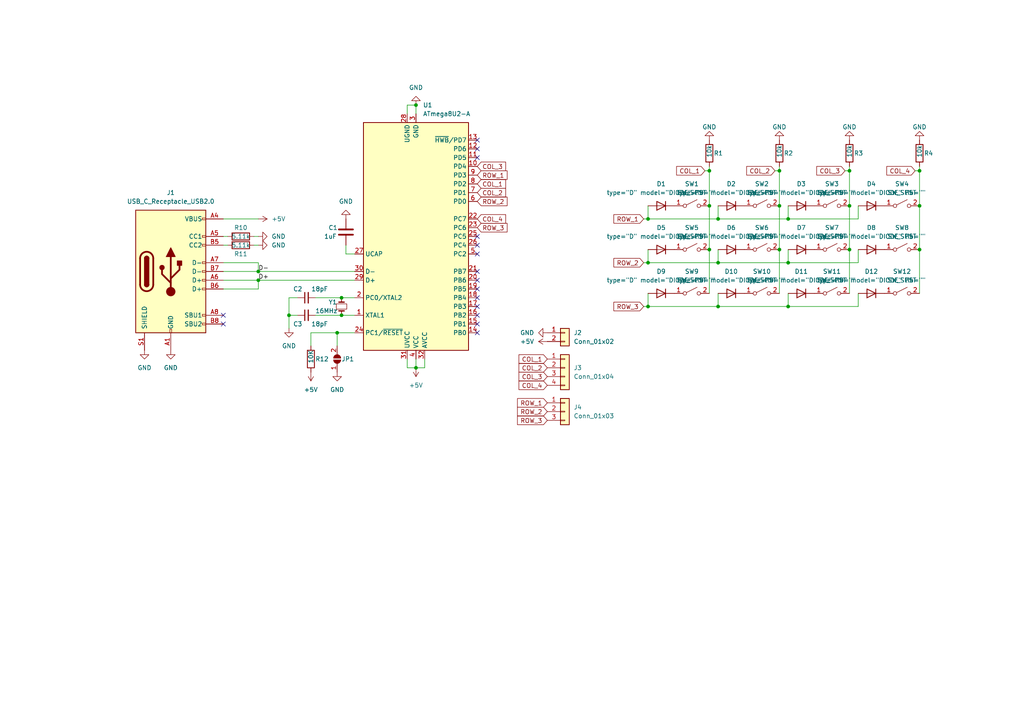
<source format=kicad_sch>
(kicad_sch (version 20211123) (generator eeschema)
  (paper "A4")
  (lib_symbols
    (symbol "Connector:USB_C_Receptacle_USB2.0" (pin_names (offset 1.016))
      (property "Reference" "J" (at -10.16 19.05 0))
      (property "Value" "USB_C_Receptacle_USB2.0" (at 19.05 19.05 0))
      (symbol "USB_C_Receptacle_USB2.0_0_0"
        (rectangle (start -0.254 -17.78) (end 0.254 -16.764))
        (rectangle (start 10.16 -14.986) (end 9.144 -15.494))
        (rectangle (start 10.16 -12.446) (end 9.144 -12.954))
        (rectangle (start 10.16 -4.826) (end 9.144 -5.334))
        (rectangle (start 10.16 -2.286) (end 9.144 -2.794))
        (rectangle (start 10.16 0.254) (end 9.144 -0.254))
        (rectangle (start 10.16 2.794) (end 9.144 2.286))
        (rectangle (start 10.16 7.874) (end 9.144 7.366))
        (rectangle (start 10.16 10.414) (end 9.144 9.906))
        (rectangle (start 10.16 15.494) (end 9.144 14.986))
      )
      (symbol "USB_C_Receptacle_USB2.0_0_1"
        (rectangle (start -10.16 17.78) (end 10.16 -17.78) (stroke (width 0.254)) (fill (type background)))
        (arc (start -8.89 -3.81) (mid -6.985 -5.715) (end -5.08 -3.81) (stroke (width 0.508)))
        (arc (start -7.62 -3.81) (mid -6.985 -4.445) (end -6.35 -3.81) (stroke (width 0.254)))
        (arc (start -7.62 -3.81) (mid -6.985 -4.445) (end -6.35 -3.81) (stroke (width 0.254)) (fill (type outline)))
        (rectangle (start -7.62 -3.81) (end -6.35 3.81) (stroke (width 0.254)) (fill (type outline)))
        (arc (start -6.35 3.81) (mid -6.985 4.445) (end -7.62 3.81) (stroke (width 0.254)))
        (arc (start -6.35 3.81) (mid -6.985 4.445) (end -7.62 3.81) (stroke (width 0.254)) (fill (type outline)))
        (arc (start -5.08 3.81) (mid -6.985 5.715) (end -8.89 3.81) (stroke (width 0.508)))
        (circle (center -2.54 1.143) (radius 0.635) (stroke (width 0.254)) (fill (type outline)))
        (circle (center 0 -5.842) (radius 1.27) (fill (type outline)))
        (polyline (pts (xy -8.89 -3.81) (xy -8.89 3.81)) (stroke (width 0.508)))
        (polyline (pts (xy -5.08 3.81) (xy -5.08 -3.81)) (stroke (width 0.508)))
        (polyline (pts (xy 0 -5.842) (xy 0 4.318)) (stroke (width 0.508)))
        (polyline (pts (xy 0 -3.302) (xy -2.54 -0.762) (xy -2.54 0.508)) (stroke (width 0.508)))
        (polyline (pts (xy 0 -2.032) (xy 2.54 0.508) (xy 2.54 1.778)) (stroke (width 0.508)))
        (polyline (pts (xy -1.27 4.318) (xy 0 6.858) (xy 1.27 4.318) (xy -1.27 4.318)) (stroke (width 0.254)) (fill (type outline)))
        (rectangle (start 1.905 1.778) (end 3.175 3.048) (stroke (width 0.254)) (fill (type outline)))
      )
      (symbol "USB_C_Receptacle_USB2.0_1_1"
        (pin passive line (at 0 -22.86 90) (length 5.08) (name "GND") (number "A1"))
        (pin passive line (at 0 -22.86 90) (length 5.08) hide (name "GND") (number "A12"))
        (pin passive line (at 15.24 15.24 180) (length 5.08) (name "VBUS") (number "A4"))
        (pin bidirectional line (at 15.24 10.16 180) (length 5.08) (name "CC1") (number "A5"))
        (pin bidirectional line (at 15.24 -2.54 180) (length 5.08) (name "D+") (number "A6"))
        (pin bidirectional line (at 15.24 2.54 180) (length 5.08) (name "D-") (number "A7"))
        (pin bidirectional line (at 15.24 -12.7 180) (length 5.08) (name "SBU1") (number "A8"))
        (pin passive line (at 15.24 15.24 180) (length 5.08) hide (name "VBUS") (number "A9"))
        (pin passive line (at 0 -22.86 90) (length 5.08) hide (name "GND") (number "B1"))
        (pin passive line (at 0 -22.86 90) (length 5.08) hide (name "GND") (number "B12"))
        (pin passive line (at 15.24 15.24 180) (length 5.08) hide (name "VBUS") (number "B4"))
        (pin bidirectional line (at 15.24 7.62 180) (length 5.08) (name "CC2") (number "B5"))
        (pin bidirectional line (at 15.24 -5.08 180) (length 5.08) (name "D+") (number "B6"))
        (pin bidirectional line (at 15.24 0 180) (length 5.08) (name "D-") (number "B7"))
        (pin bidirectional line (at 15.24 -15.24 180) (length 5.08) (name "SBU2") (number "B8"))
        (pin passive line (at 15.24 15.24 180) (length 5.08) hide (name "VBUS") (number "B9"))
        (pin passive line (at -7.62 -22.86 90) (length 5.08) (name "SHIELD") (number "S1"))
      )
    )
    (symbol "Connector_Generic:Conn_01x02" (pin_names (offset 1.016) hide)
      (property "Reference" "J" (at 0 2.54 0))
      (property "Value" "Conn_01x02" (at 0 -5.08 0))
      (symbol "Conn_01x02_1_1"
        (rectangle (start -1.27 -2.413) (end 0 -2.667) (stroke (width 0.1524)))
        (rectangle (start -1.27 0.127) (end 0 -0.127) (stroke (width 0.1524)))
        (rectangle (start -1.27 1.27) (end 1.27 -3.81) (stroke (width 0.254)) (fill (type background)))
        (pin passive line (at -5.08 0 0) (length 3.81) (name "Pin_1") (number "1"))
        (pin passive line (at -5.08 -2.54 0) (length 3.81) (name "Pin_2") (number "2"))
      )
    )
    (symbol "Connector_Generic:Conn_01x03" (pin_names (offset 1.016) hide)
      (property "Reference" "J" (at 0 5.08 0))
      (property "Value" "Conn_01x03" (at 0 -5.08 0))
      (symbol "Conn_01x03_1_1"
        (rectangle (start -1.27 -2.413) (end 0 -2.667) (stroke (width 0.1524)))
        (rectangle (start -1.27 0.127) (end 0 -0.127) (stroke (width 0.1524)))
        (rectangle (start -1.27 2.667) (end 0 2.413) (stroke (width 0.1524)))
        (rectangle (start -1.27 3.81) (end 1.27 -3.81) (stroke (width 0.254)) (fill (type background)))
        (pin passive line (at -5.08 2.54 0) (length 3.81) (name "Pin_1") (number "1"))
        (pin passive line (at -5.08 0 0) (length 3.81) (name "Pin_2") (number "2"))
        (pin passive line (at -5.08 -2.54 0) (length 3.81) (name "Pin_3") (number "3"))
      )
    )
    (symbol "Connector_Generic:Conn_01x04" (pin_names (offset 1.016) hide)
      (property "Reference" "J" (at 0 5.08 0))
      (property "Value" "Conn_01x04" (at 0 -7.62 0))
      (symbol "Conn_01x04_1_1"
        (rectangle (start -1.27 -4.953) (end 0 -5.207) (stroke (width 0.1524)))
        (rectangle (start -1.27 -2.413) (end 0 -2.667) (stroke (width 0.1524)))
        (rectangle (start -1.27 0.127) (end 0 -0.127) (stroke (width 0.1524)))
        (rectangle (start -1.27 2.667) (end 0 2.413) (stroke (width 0.1524)))
        (rectangle (start -1.27 3.81) (end 1.27 -6.35) (stroke (width 0.254)) (fill (type background)))
        (pin passive line (at -5.08 2.54 0) (length 3.81) (name "Pin_1") (number "1"))
        (pin passive line (at -5.08 0 0) (length 3.81) (name "Pin_2") (number "2"))
        (pin passive line (at -5.08 -2.54 0) (length 3.81) (name "Pin_3") (number "3"))
        (pin passive line (at -5.08 -5.08 0) (length 3.81) (name "Pin_4") (number "4"))
      )
    )
    (symbol "Device:C" (pin_numbers hide) (pin_names (offset 0.254))
      (property "Reference" "C" (at 0.635 2.54 0))
      (property "Value" "C" (at 0.635 -2.54 0))
      (symbol "C_0_1"
        (polyline (pts (xy -2.032 -0.762) (xy 2.032 -0.762)) (stroke (width 0.508)))
        (polyline (pts (xy -2.032 0.762) (xy 2.032 0.762)) (stroke (width 0.508)))
      )
      (symbol "C_1_1"
        (pin passive line (at 0 3.81 270) (length 2.794) (name "~") (number "1"))
        (pin passive line (at 0 -3.81 90) (length 2.794) (name "~") (number "2"))
      )
    )
    (symbol "Device:C_Small" (pin_numbers hide) (pin_names (offset 0.254) hide)
      (property "Reference" "C" (at 0.254 1.778 0))
      (property "Value" "C_Small" (at 0.254 -2.032 0))
      (symbol "C_Small_0_1"
        (polyline (pts (xy -1.524 -0.508) (xy 1.524 -0.508)) (stroke (width 0.3302)))
        (polyline (pts (xy -1.524 0.508) (xy 1.524 0.508)) (stroke (width 0.3048)))
      )
      (symbol "C_Small_1_1"
        (pin passive line (at 0 2.54 270) (length 2.032) (name "~") (number "1"))
        (pin passive line (at 0 -2.54 90) (length 2.032) (name "~") (number "2"))
      )
    )
    (symbol "Device:Crystal_Small" (pin_numbers hide) (pin_names (offset 1.016) hide)
      (property "Reference" "Y" (at 0 2.54 0))
      (property "Value" "Crystal_Small" (at 0 -2.54 0))
      (symbol "Crystal_Small_0_1"
        (rectangle (start -0.762 -1.524) (end 0.762 1.524))
        (polyline (pts (xy -1.27 -0.762) (xy -1.27 0.762)) (stroke (width 0.381)))
        (polyline (pts (xy 1.27 -0.762) (xy 1.27 0.762)) (stroke (width 0.381)))
      )
      (symbol "Crystal_Small_1_1"
        (pin passive line (at -2.54 0 0) (length 1.27) (name "1") (number "1"))
        (pin passive line (at 2.54 0 180) (length 1.27) (name "2") (number "2"))
      )
    )
    (symbol "Device:R" (pin_numbers hide) (pin_names (offset 0))
      (property "Reference" "R" (at 2.032 0 90))
      (property "Value" "R" (at 0 0 90))
      (symbol "R_0_1"
        (rectangle (start -1.016 -2.54) (end 1.016 2.54) (stroke (width 0.254)))
      )
      (symbol "R_1_1"
        (pin passive line (at 0 3.81 270) (length 1.27) (name "~") (number "1"))
        (pin passive line (at 0 -3.81 90) (length 1.27) (name "~") (number "2"))
      )
    )
    (symbol "Jumper:SolderJumper_2_Open" (pin_names (offset 0) hide)
      (property "Reference" "JP" (at 0 2.032 0))
      (property "Value" "SolderJumper_2_Open" (at 0 -2.54 0))
      (symbol "SolderJumper_2_Open_0_1"
        (arc (start -0.254 1.016) (mid -1.27 0) (end -0.254 -1.016))
        (arc (start -0.254 1.016) (mid -1.27 0) (end -0.254 -1.016) (fill (type outline)))
        (polyline (pts (xy -0.254 1.016) (xy -0.254 -1.016)))
        (polyline (pts (xy 0.254 1.016) (xy 0.254 -1.016)))
        (arc (start 0.254 -1.016) (mid 1.27 0) (end 0.254 1.016))
        (arc (start 0.254 -1.016) (mid 1.27 0) (end 0.254 1.016) (fill (type outline)))
      )
      (symbol "SolderJumper_2_Open_1_1"
        (pin passive line (at -3.81 0 0) (length 2.54) (name "A") (number "1"))
        (pin passive line (at 3.81 0 180) (length 2.54) (name "B") (number "2"))
      )
    )
    (symbol "MCU_Microchip_ATmega:ATmega8U2-A"
      (property "Reference" "U" (at -15.24 34.29 0))
      (property "Value" "ATmega8U2-A" (at 2.54 -34.29 0))
      (symbol "ATmega8U2-A_0_1"
        (rectangle (start -15.24 -33.02) (end 15.24 33.02) (stroke (width 0.254)) (fill (type background)))
      )
      (symbol "ATmega8U2-A_1_1"
        (pin input line (at -17.78 22.86 0) (length 2.54) (name "XTAL1") (number "1"))
        (pin bidirectional line (at 17.78 -20.32 180) (length 2.54) (name "PD4") (number "10"))
        (pin bidirectional line (at 17.78 -22.86 180) (length 2.54) (name "PD5") (number "11"))
        (pin bidirectional line (at 17.78 -25.4 180) (length 2.54) (name "PD6") (number "12"))
        (pin bidirectional line (at 17.78 -27.94 180) (length 2.54) (name "~{HWB}/PD7") (number "13"))
        (pin bidirectional line (at 17.78 27.94 180) (length 2.54) (name "PB0") (number "14"))
        (pin bidirectional line (at 17.78 25.4 180) (length 2.54) (name "PB1") (number "15"))
        (pin bidirectional line (at 17.78 22.86 180) (length 2.54) (name "PB2") (number "16"))
        (pin bidirectional line (at 17.78 20.32 180) (length 2.54) (name "PB3") (number "17"))
        (pin bidirectional line (at 17.78 17.78 180) (length 2.54) (name "PB4") (number "18"))
        (pin bidirectional line (at 17.78 15.24 180) (length 2.54) (name "PB5") (number "19"))
        (pin bidirectional line (at -17.78 17.78 0) (length 2.54) (name "PC0/XTAL2") (number "2"))
        (pin bidirectional line (at 17.78 12.7 180) (length 2.54) (name "PB6") (number "20"))
        (pin bidirectional line (at 17.78 10.16 180) (length 2.54) (name "PB7") (number "21"))
        (pin bidirectional line (at 17.78 -5.08 180) (length 2.54) (name "PC7") (number "22"))
        (pin bidirectional line (at 17.78 -2.54 180) (length 2.54) (name "PC6") (number "23"))
        (pin bidirectional line (at -17.78 27.94 0) (length 2.54) (name "PC1/~{RESET}") (number "24"))
        (pin bidirectional line (at 17.78 0 180) (length 2.54) (name "PC5") (number "25"))
        (pin bidirectional line (at 17.78 2.54 180) (length 2.54) (name "PC4") (number "26"))
        (pin passive line (at -17.78 5.08 0) (length 2.54) (name "UCAP") (number "27"))
        (pin power_in line (at -2.54 -35.56 90) (length 2.54) (name "UGND") (number "28"))
        (pin bidirectional line (at -17.78 12.7 0) (length 2.54) (name "D+") (number "29"))
        (pin power_in line (at 0 -35.56 90) (length 2.54) (name "GND") (number "3"))
        (pin bidirectional line (at -17.78 10.16 0) (length 2.54) (name "D-") (number "30"))
        (pin power_in line (at -2.54 35.56 270) (length 2.54) (name "UVCC") (number "31"))
        (pin power_in line (at 2.54 35.56 270) (length 2.54) (name "AVCC") (number "32"))
        (pin power_in line (at 0 35.56 270) (length 2.54) (name "VCC") (number "4"))
        (pin bidirectional line (at 17.78 5.08 180) (length 2.54) (name "PC2") (number "5"))
        (pin bidirectional line (at 17.78 -10.16 180) (length 2.54) (name "PD0") (number "6"))
        (pin bidirectional line (at 17.78 -12.7 180) (length 2.54) (name "PD1") (number "7"))
        (pin bidirectional line (at 17.78 -15.24 180) (length 2.54) (name "PD2") (number "8"))
        (pin bidirectional line (at 17.78 -17.78 180) (length 2.54) (name "PD3") (number "9"))
      )
    )
    (symbol "Simulation_SPICE:DIODE" (pin_numbers hide) (pin_names (offset 1.016) hide)
      (property "Reference" "D" (at 0 2.54 0))
      (property "Value" "DIODE" (at 0 -2.54 0))
      (symbol "DIODE_0_1"
        (polyline (pts (xy 1.27 0) (xy -1.27 0)))
        (polyline (pts (xy 1.27 1.27) (xy 1.27 -1.27)) (stroke (width 0.254)))
        (polyline (pts (xy -1.27 -1.27) (xy -1.27 1.27) (xy 1.27 0) (xy -1.27 -1.27)) (stroke (width 0.254)))
      )
      (symbol "DIODE_1_1"
        (pin passive line (at -3.81 0 0) (length 2.54) (name "A") (number "1"))
        (pin passive line (at 3.81 0 180) (length 2.54) (name "K") (number "2"))
      )
    )
    (symbol "Switch:SW_SPST" (pin_names (offset 0) hide)
      (property "Reference" "SW" (at 0 3.175 0))
      (property "Value" "SW_SPST" (at 0 -2.54 0))
      (symbol "SW_SPST_0_0"
        (circle (center -2.032 0) (radius 0.508))
        (polyline (pts (xy -1.524 0.254) (xy 1.524 1.778)))
        (circle (center 2.032 0) (radius 0.508))
      )
      (symbol "SW_SPST_1_1"
        (pin passive line (at -5.08 0 0) (length 2.54) (name "A") (number "1"))
        (pin passive line (at 5.08 0 180) (length 2.54) (name "B") (number "2"))
      )
    )
    (symbol "power:+5V" (power) (pin_names (offset 0))
      (property "Value" "+5V" (at 0 3.556 0))
      (symbol "+5V_0_1"
        (polyline (pts (xy -0.762 1.27) (xy 0 2.54)))
        (polyline (pts (xy 0 0) (xy 0 2.54)))
        (polyline (pts (xy 0 2.54) (xy 0.762 1.27)))
      )
      (symbol "+5V_1_1"
        (pin power_in line (at 0 0 90) (length 0) hide (name "+5V") (number "1"))
      )
    )
    (symbol "power:GND" (power) (pin_names (offset 0))
      (property "Value" "GND" (at 0 -3.81 0))
      (symbol "GND_0_1"
        (polyline (pts (xy 0 0) (xy 0 -1.27) (xy 1.27 -1.27) (xy 0 -2.54) (xy -1.27 -1.27) (xy 0 -1.27)))
      )
      (symbol "GND_1_1"
        (pin power_in line (at 0 0 270) (length 0) hide (name "GND") (number "1"))
      )
    )
  )
  (junction (at 266.7 59.69))
  (junction (at 205.74 49.53))
  (junction (at 226.06 49.53))
  (junction (at 97.79 96.52))
  (junction (at 205.74 59.69))
  (junction (at 205.74 72.39))
  (junction (at 246.38 59.69))
  (junction (at 246.38 49.53))
  (junction (at 120.65 106.68))
  (junction (at 228.6 63.5))
  (junction (at 266.7 72.39))
  (junction (at 228.6 76.2))
  (junction (at 74.93 78.74))
  (junction (at 99.06 86.36))
  (junction (at 208.28 88.9))
  (junction (at 246.38 72.39))
  (junction (at 226.06 72.39))
  (junction (at 266.7 49.53))
  (junction (at 83.82 91.44))
  (junction (at 187.96 76.2))
  (junction (at 187.96 88.9))
  (junction (at 208.28 63.5))
  (junction (at 187.96 63.5))
  (junction (at 228.6 88.9))
  (junction (at 120.65 30.48))
  (junction (at 74.93 81.28))
  (junction (at 226.06 59.69))
  (junction (at 208.28 76.2))
  (junction (at 99.06 91.44))
  (no_connect (at 138.43 68.58))
  (no_connect (at 138.43 71.12))
  (no_connect (at 138.43 73.66))
  (no_connect (at 138.43 40.64))
  (no_connect (at 138.43 43.18))
  (no_connect (at 138.43 45.72))
  (no_connect (at 138.43 88.9))
  (no_connect (at 138.43 91.44))
  (no_connect (at 138.43 93.98))
  (no_connect (at 138.43 96.52))
  (no_connect (at 138.43 78.74))
  (no_connect (at 138.43 81.28))
  (no_connect (at 138.43 83.82))
  (no_connect (at 138.43 86.36))
  (no_connect (at 64.77 91.44))
  (no_connect (at 64.77 93.98))
  (wire (pts (xy 73.66 68.58) (xy 74.93 68.58)))
  (wire (pts (xy 86.36 91.44) (xy 83.82 91.44)))
  (wire (pts (xy 266.7 72.39) (xy 266.7 85.09)))
  (wire (pts (xy 228.6 88.9) (xy 248.92 88.9)))
  (wire (pts (xy 74.93 76.2) (xy 74.93 78.74)))
  (wire (pts (xy 228.6 59.69) (xy 228.6 63.5)))
  (wire (pts (xy 187.96 72.39) (xy 187.96 76.2)))
  (wire (pts (xy 246.38 48.26) (xy 246.38 49.53)))
  (wire (pts (xy 91.44 91.44) (xy 99.06 91.44)))
  (wire (pts (xy 246.38 59.69) (xy 246.38 72.39)))
  (wire (pts (xy 187.96 85.09) (xy 187.96 88.9)))
  (wire (pts (xy 187.96 63.5) (xy 208.28 63.5)))
  (wire (pts (xy 73.66 71.12) (xy 74.93 71.12)))
  (wire (pts (xy 64.77 63.5) (xy 74.93 63.5)))
  (wire (pts (xy 226.06 59.69) (xy 226.06 72.39)))
  (wire (pts (xy 205.74 49.53) (xy 205.74 59.69)))
  (wire (pts (xy 97.79 96.52) (xy 97.79 100.33)))
  (wire (pts (xy 248.92 59.69) (xy 248.92 63.5)))
  (wire (pts (xy 120.65 104.14) (xy 120.65 106.68)))
  (wire (pts (xy 187.96 76.2) (xy 208.28 76.2)))
  (wire (pts (xy 100.33 71.12) (xy 100.33 73.66)))
  (wire (pts (xy 224.79 49.53) (xy 226.06 49.53)))
  (wire (pts (xy 118.11 30.48) (xy 120.65 30.48)))
  (wire (pts (xy 64.77 68.58) (xy 66.04 68.58)))
  (wire (pts (xy 226.06 49.53) (xy 226.06 59.69)))
  (wire (pts (xy 118.11 106.68) (xy 120.65 106.68)))
  (wire (pts (xy 102.87 96.52) (xy 97.79 96.52)))
  (wire (pts (xy 205.74 48.26) (xy 205.74 49.53)))
  (wire (pts (xy 118.11 33.02) (xy 118.11 30.48)))
  (wire (pts (xy 64.77 76.2) (xy 74.93 76.2)))
  (wire (pts (xy 208.28 85.09) (xy 208.28 88.9)))
  (wire (pts (xy 90.17 96.52) (xy 97.79 96.52)))
  (wire (pts (xy 64.77 81.28) (xy 74.93 81.28)))
  (wire (pts (xy 64.77 71.12) (xy 66.04 71.12)))
  (wire (pts (xy 246.38 49.53) (xy 246.38 59.69)))
  (wire (pts (xy 205.74 72.39) (xy 205.74 85.09)))
  (wire (pts (xy 74.93 81.28) (xy 74.93 83.82)))
  (wire (pts (xy 123.19 104.14) (xy 123.19 106.68)))
  (wire (pts (xy 187.96 59.69) (xy 187.96 63.5)))
  (wire (pts (xy 74.93 78.74) (xy 102.87 78.74)))
  (wire (pts (xy 118.11 104.14) (xy 118.11 106.68)))
  (wire (pts (xy 208.28 76.2) (xy 228.6 76.2)))
  (wire (pts (xy 186.69 63.5) (xy 187.96 63.5)))
  (wire (pts (xy 99.06 91.44) (xy 102.87 91.44)))
  (wire (pts (xy 246.38 72.39) (xy 246.38 85.09)))
  (wire (pts (xy 208.28 59.69) (xy 208.28 63.5)))
  (wire (pts (xy 74.93 81.28) (xy 102.87 81.28)))
  (wire (pts (xy 74.93 83.82) (xy 64.77 83.82)))
  (wire (pts (xy 83.82 91.44) (xy 83.82 95.25)))
  (wire (pts (xy 83.82 91.44) (xy 83.82 86.36)))
  (wire (pts (xy 100.33 73.66) (xy 102.87 73.66)))
  (wire (pts (xy 266.7 49.53) (xy 266.7 59.69)))
  (wire (pts (xy 228.6 76.2) (xy 248.92 76.2)))
  (wire (pts (xy 266.7 59.69) (xy 266.7 72.39)))
  (wire (pts (xy 208.28 63.5) (xy 228.6 63.5)))
  (wire (pts (xy 265.43 49.53) (xy 266.7 49.53)))
  (wire (pts (xy 186.69 76.2) (xy 187.96 76.2)))
  (wire (pts (xy 64.77 78.74) (xy 74.93 78.74)))
  (wire (pts (xy 208.28 72.39) (xy 208.28 76.2)))
  (wire (pts (xy 187.96 88.9) (xy 208.28 88.9)))
  (wire (pts (xy 266.7 48.26) (xy 266.7 49.53)))
  (wire (pts (xy 91.44 86.36) (xy 99.06 86.36)))
  (wire (pts (xy 248.92 72.39) (xy 248.92 76.2)))
  (wire (pts (xy 186.69 88.9) (xy 187.96 88.9)))
  (wire (pts (xy 228.6 72.39) (xy 228.6 76.2)))
  (wire (pts (xy 123.19 106.68) (xy 120.65 106.68)))
  (wire (pts (xy 228.6 63.5) (xy 248.92 63.5)))
  (wire (pts (xy 228.6 85.09) (xy 228.6 88.9)))
  (wire (pts (xy 226.06 48.26) (xy 226.06 49.53)))
  (wire (pts (xy 208.28 88.9) (xy 228.6 88.9)))
  (wire (pts (xy 90.17 100.33) (xy 90.17 96.52)))
  (wire (pts (xy 99.06 86.36) (xy 102.87 86.36)))
  (wire (pts (xy 245.11 49.53) (xy 246.38 49.53)))
  (wire (pts (xy 120.65 30.48) (xy 120.65 33.02)))
  (wire (pts (xy 204.47 49.53) (xy 205.74 49.53)))
  (wire (pts (xy 248.92 85.09) (xy 248.92 88.9)))
  (wire (pts (xy 83.82 86.36) (xy 86.36 86.36)))
  (wire (pts (xy 205.74 59.69) (xy 205.74 72.39)))
  (wire (pts (xy 226.06 72.39) (xy 226.06 85.09)))
  (label "D+" (at 74.93 81.28 0))
  (label "D-" (at 74.93 78.74 0))
  (global_label "COL_4" (shape input) (at 158.75 111.76 180) (property "Intersheet References" "${INTERSHEET_REFS}" (effects hide)))
  (global_label "COL_1" (shape input) (at 138.43 53.34 0) (property "Intersheet References" "${INTERSHEET_REFS}" (effects hide)))
  (global_label "ROW_1" (shape input) (at 138.43 50.8 0) (property "Intersheet References" "${INTERSHEET_REFS}" (effects hide)))
  (global_label "COL_4" (shape input) (at 138.43 63.5 0) (property "Intersheet References" "${INTERSHEET_REFS}" (effects hide)))
  (global_label "COL_3" (shape input) (at 245.11 49.53 180) (property "Intersheet References" "${INTERSHEET_REFS}" (effects hide)))
  (global_label "ROW_2" (shape input) (at 138.43 58.42 0) (property "Intersheet References" "${INTERSHEET_REFS}" (effects hide)))
  (global_label "COL_4" (shape input) (at 265.43 49.53 180) (property "Intersheet References" "${INTERSHEET_REFS}" (effects hide)))
  (global_label "COL_2" (shape input) (at 138.43 55.88 0) (property "Intersheet References" "${INTERSHEET_REFS}" (effects hide)))
  (global_label "ROW_3" (shape input) (at 158.75 121.92 180) (property "Intersheet References" "${INTERSHEET_REFS}" (effects hide)))
  (global_label "COL_2" (shape input) (at 224.79 49.53 180) (property "Intersheet References" "${INTERSHEET_REFS}" (effects hide)))
  (global_label "COL_3" (shape input) (at 138.43 48.26 0) (property "Intersheet References" "${INTERSHEET_REFS}" (effects hide)))
  (global_label "ROW_1" (shape input) (at 186.69 63.5 180) (property "Intersheet References" "${INTERSHEET_REFS}" (effects hide)))
  (global_label "COL_1" (shape input) (at 204.47 49.53 180) (property "Intersheet References" "${INTERSHEET_REFS}" (effects hide)))
  (global_label "COL_2" (shape input) (at 158.75 106.68 180) (property "Intersheet References" "${INTERSHEET_REFS}" (effects hide)))
  (global_label "ROW_2" (shape input) (at 186.69 76.2 180) (property "Intersheet References" "${INTERSHEET_REFS}" (effects hide)))
  (global_label "COL_1" (shape input) (at 158.75 104.14 180) (property "Intersheet References" "${INTERSHEET_REFS}" (effects hide)))
  (global_label "ROW_1" (shape input) (at 158.75 116.84 180) (property "Intersheet References" "${INTERSHEET_REFS}" (effects hide)))
  (global_label "COL_3" (shape input) (at 158.75 109.22 180) (property "Intersheet References" "${INTERSHEET_REFS}" (effects hide)))
  (global_label "ROW_3" (shape input) (at 138.43 66.04 0) (property "Intersheet References" "${INTERSHEET_REFS}" (effects hide)))
  (global_label "ROW_2" (shape input) (at 158.75 119.38 180) (property "Intersheet References" "${INTERSHEET_REFS}" (effects hide)))
  (global_label "ROW_3" (shape input) (at 186.69 88.9 180) (property "Intersheet References" "${INTERSHEET_REFS}" (effects hide)))
  (symbol (lib_id "Device:R") (at 226.06 44.45 0) (unit 1)
    (property "Reference" "R2" (at 227.33 44.45 0) (effects (justify left)))
    (property "Value" "10k" (at 226.06 45.72 90) (effects (justify left)))
    (property "Footprint" "Resistor_THT:R_Axial_DIN0207_L6.3mm_D2.5mm_P10.16mm_Horizontal" (effects hide))
  )
  (symbol (lib_id "Simulation_SPICE:DIODE") (at 232.41 59.69 0) (unit 1)
    (property "Reference" "D3" (at 232.41 53.34 0))
    (property "Value" "DIODE" (at 232.41 55.88 0))
    (property "Footprint" "Diode_THT:D_DO-15_P10.16mm_Horizontal" (effects hide))
    (property "Spice_Netlist_Enabled" "Y" (effects hide))
    (property "Spice_Primitive" "D" (effects hide))
  )
  (symbol (lib_id "Simulation_SPICE:DIODE") (at 191.77 59.69 0) (unit 1)
    (property "Reference" "D1" (at 191.77 53.34 0))
    (property "Value" "DIODE" (at 191.77 55.88 0))
    (property "Footprint" "Diode_THT:D_DO-15_P10.16mm_Horizontal" (effects hide))
    (property "Spice_Netlist_Enabled" "Y" (effects hide))
    (property "Spice_Primitive" "D" (effects hide))
  )
  (symbol (lib_id "Switch:SW_SPST") (at 261.62 72.39 0) (unit 1)
    (property "Reference" "SW8" (at 261.62 66.04 0))
    (property "Value" "SW_SPST" (at 261.62 68.58 0))
    (property "Footprint" "Button_Switch_Keyboard:SW_Cherry_MX_1.00u_PCB" (effects hide))
  )
  (symbol (lib_id "power:GND") (at 226.06 40.64 180) (unit 1)
    (property "Reference" "#PWR0112" (effects hide))
    (property "Value" "GND" (at 226.06 36.83 0))
  )
  (symbol (lib_id "Switch:SW_SPST") (at 200.66 72.39 0) (unit 1)
    (property "Reference" "SW5" (at 200.66 66.04 0))
    (property "Value" "SW_SPST" (at 200.66 68.58 0))
    (property "Footprint" "Button_Switch_Keyboard:SW_Cherry_MX_1.00u_PCB" (effects hide))
  )
  (symbol (lib_id "MCU_Microchip_ATmega:ATmega8U2-A") (at 120.65 68.58 0) (mirror x) (unit 1)
    (property "Reference" "U1" (at 122.6694 30.48 0) (effects (justify left)))
    (property "Value" "ATmega8U2-A" (at 122.6694 33.02 0) (effects (justify left)))
    (property "Footprint" "Package_QFP:TQFP-32_7x7mm_P0.8mm" (effects hide))
    (property "Datasheet" "http://ww1.microchip.com/downloads/en/DeviceDoc/doc7799.pdf" (effects hide))
  )
  (symbol (lib_id "Switch:SW_SPST") (at 241.3 85.09 0) (unit 1)
    (property "Reference" "SW11" (at 241.3 78.74 0))
    (property "Value" "SW_SPST" (at 241.3 81.28 0))
    (property "Footprint" "Button_Switch_Keyboard:SW_Cherry_MX_1.00u_PCB" (effects hide))
  )
  (symbol (lib_id "Simulation_SPICE:DIODE") (at 232.41 85.09 0) (unit 1)
    (property "Reference" "D11" (at 232.41 78.74 0))
    (property "Value" "DIODE" (at 232.41 81.28 0))
    (property "Footprint" "Diode_THT:D_DO-15_P10.16mm_Horizontal" (effects hide))
    (property "Spice_Netlist_Enabled" "Y" (effects hide))
    (property "Spice_Primitive" "D" (effects hide))
  )
  (symbol (lib_id "Switch:SW_SPST") (at 220.98 59.69 0) (unit 1)
    (property "Reference" "SW2" (at 220.98 53.34 0))
    (property "Value" "SW_SPST" (at 220.98 55.88 0))
    (property "Footprint" "Button_Switch_Keyboard:SW_Cherry_MX_1.00u_PCB" (effects hide))
  )
  (symbol (lib_id "power:+5V") (at 90.17 107.95 180) (unit 1)
    (property "Reference" "#PWR0107" (effects hide))
    (property "Value" "+5V" (at 90.17 113.03 0))
  )
  (symbol (lib_id "Simulation_SPICE:DIODE") (at 212.09 85.09 0) (unit 1)
    (property "Reference" "D10" (at 212.09 78.74 0))
    (property "Value" "DIODE" (at 212.09 81.28 0))
    (property "Footprint" "Diode_THT:D_DO-15_P10.16mm_Horizontal" (effects hide))
    (property "Spice_Netlist_Enabled" "Y" (effects hide))
    (property "Spice_Primitive" "D" (effects hide))
  )
  (symbol (lib_id "power:GND") (at 41.91 101.6 0) (unit 1)
    (property "Reference" "#PWR0113" (effects hide))
    (property "Value" "GND" (at 41.91 106.68 0))
  )
  (symbol (lib_id "power:GND") (at 74.93 71.12 90) (unit 1)
    (property "Reference" "#PWR0109" (effects hide))
    (property "Value" "GND" (at 78.74 71.1199 90) (effects (justify right)))
  )
  (symbol (lib_id "Jumper:SolderJumper_2_Open") (at 97.79 104.14 90) (unit 1)
    (property "Reference" "JP1" (at 99.06 104.14 90) (effects (justify right)))
    (property "Value" " " (at 100.33 105.4099 90) (effects (justify right)))
    (property "Footprint" "Jumper:SolderJumper-2_P1.3mm_Open_Pad1.0x1.5mm" (effects hide))
  )
  (symbol (lib_id "Device:C_Small") (at 88.9 86.36 90) (unit 1)
    (property "Reference" "C2" (at 86.36 83.82 90))
    (property "Value" "18pF" (at 92.71 83.82 90))
    (property "Footprint" "Capacitor_THT:C_Disc_D5.0mm_W2.5mm_P5.00mm" (effects hide))
  )
  (symbol (lib_id "Device:R") (at 266.7 44.45 0) (unit 1)
    (property "Reference" "R4" (at 267.97 44.45 0) (effects (justify left)))
    (property "Value" "10k" (at 266.7 45.72 90) (effects (justify left)))
    (property "Footprint" "Resistor_THT:R_Axial_DIN0207_L6.3mm_D2.5mm_P10.16mm_Horizontal" (effects hide))
  )
  (symbol (lib_id "Switch:SW_SPST") (at 241.3 59.69 0) (unit 1)
    (property "Reference" "SW3" (at 241.3 53.34 0))
    (property "Value" "SW_SPST" (at 241.3 55.88 0))
    (property "Footprint" "Button_Switch_Keyboard:SW_Cherry_MX_1.00u_PCB" (effects hide))
  )
  (symbol (lib_id "Switch:SW_SPST") (at 241.3 72.39 0) (unit 1)
    (property "Reference" "SW7" (at 241.3 66.04 0))
    (property "Value" "SW_SPST" (at 241.3 68.58 0))
    (property "Footprint" "Button_Switch_Keyboard:SW_Cherry_MX_1.00u_PCB" (effects hide))
  )
  (symbol (lib_id "power:GND") (at 205.74 40.64 180) (unit 1)
    (property "Reference" "#PWR0111" (effects hide))
    (property "Value" "GND" (at 205.74 36.83 0))
  )
  (symbol (lib_id "power:GND") (at 97.79 107.95 0) (unit 1)
    (property "Reference" "#PWR0106" (effects hide))
    (property "Value" "GND" (at 97.79 113.03 0))
  )
  (symbol (lib_id "power:+5V") (at 120.65 106.68 180) (unit 1)
    (property "Reference" "#PWR0101" (effects hide))
    (property "Value" "+5V" (at 120.65 111.76 0))
  )
  (symbol (lib_id "Switch:SW_SPST") (at 220.98 72.39 0) (unit 1)
    (property "Reference" "SW6" (at 220.98 66.04 0))
    (property "Value" "SW_SPST" (at 220.98 68.58 0))
    (property "Footprint" "Button_Switch_Keyboard:SW_Cherry_MX_1.00u_PCB" (effects hide))
  )
  (symbol (lib_id "Simulation_SPICE:DIODE") (at 252.73 72.39 0) (unit 1)
    (property "Reference" "D8" (at 252.73 66.04 0))
    (property "Value" "DIODE" (at 252.73 68.58 0))
    (property "Footprint" "Diode_THT:D_DO-15_P10.16mm_Horizontal" (effects hide))
    (property "Spice_Netlist_Enabled" "Y" (effects hide))
    (property "Spice_Primitive" "D" (effects hide))
  )
  (symbol (lib_id "Connector_Generic:Conn_01x03") (at 163.83 119.38 0) (unit 1)
    (property "Reference" "J4" (at 166.37 118.1099 0) (effects (justify left)))
    (property "Value" "Conn_01x03" (at 166.37 120.6499 0) (effects (justify left)))
    (property "Footprint" "Connector_PinHeader_2.54mm:PinHeader_1x03_P2.54mm_Vertical" (effects hide))
  )
  (symbol (lib_id "power:GND") (at 100.33 63.5 180) (unit 1)
    (property "Reference" "#PWR0102" (effects hide))
    (property "Value" "GND" (at 100.33 58.42 0))
  )
  (symbol (lib_id "Connector_Generic:Conn_01x04") (at 163.83 106.68 0) (unit 1)
    (property "Reference" "J3" (at 166.37 106.6799 0) (effects (justify left)))
    (property "Value" "Conn_01x04" (at 166.37 109.2199 0) (effects (justify left)))
    (property "Footprint" "Connector_PinHeader_2.54mm:PinHeader_1x04_P2.54mm_Vertical" (effects hide))
  )
  (symbol (lib_id "Switch:SW_SPST") (at 220.98 85.09 0) (unit 1)
    (property "Reference" "SW10" (at 220.98 78.74 0))
    (property "Value" "SW_SPST" (at 220.98 81.28 0))
    (property "Footprint" "Button_Switch_Keyboard:SW_Cherry_MX_1.00u_PCB" (effects hide))
  )
  (symbol (lib_id "Switch:SW_SPST") (at 261.62 85.09 0) (unit 1)
    (property "Reference" "SW12" (at 261.62 78.74 0))
    (property "Value" "SW_SPST" (at 261.62 81.28 0))
    (property "Footprint" "Button_Switch_Keyboard:SW_Cherry_MX_1.00u_PCB" (effects hide))
  )
  (symbol (lib_id "Device:Crystal_Small") (at 99.06 88.9 90) (unit 1)
    (property "Reference" "Y1" (at 95.25 87.63 90) (effects (justify right)))
    (property "Value" "16MHz" (at 91.44 90.17 90) (effects (justify right)))
    (property "Footprint" "Crystal:Crystal_HC18-U_Vertical" (effects hide))
  )
  (symbol (lib_id "power:+5V") (at 74.93 63.5 270) (unit 1)
    (property "Reference" "#PWR0115" (effects hide))
    (property "Value" "+5V" (at 78.74 63.4999 90) (effects (justify left)))
  )
  (symbol (lib_id "Simulation_SPICE:DIODE") (at 252.73 59.69 0) (unit 1)
    (property "Reference" "D4" (at 252.73 53.34 0))
    (property "Value" "DIODE" (at 252.73 55.88 0))
    (property "Footprint" "Diode_THT:D_DO-15_P10.16mm_Horizontal" (effects hide))
    (property "Spice_Netlist_Enabled" "Y" (effects hide))
    (property "Spice_Primitive" "D" (effects hide))
  )
  (symbol (lib_id "power:GND") (at 246.38 40.64 180) (unit 1)
    (property "Reference" "#PWR0105" (effects hide))
    (property "Value" "GND" (at 246.38 36.83 0))
  )
  (symbol (lib_id "Simulation_SPICE:DIODE") (at 191.77 85.09 0) (unit 1)
    (property "Reference" "D9" (at 191.77 78.74 0))
    (property "Value" "DIODE" (at 191.77 81.28 0))
    (property "Footprint" "Diode_THT:D_DO-15_P10.16mm_Horizontal" (effects hide))
    (property "Spice_Netlist_Enabled" "Y" (effects hide))
    (property "Spice_Primitive" "D" (effects hide))
  )
  (symbol (lib_id "Connector:USB_C_Receptacle_USB2.0") (at 49.53 78.74 0) (unit 1)
    (property "Reference" "J1" (at 49.53 55.88 0))
    (property "Value" "USB_C_Receptacle_USB2.0" (at 49.53 58.42 0))
    (property "Footprint" "jukebox-footprints:GCT_USB4085-GF-A_REVA4" (effects hide))
    (property "Datasheet" "https://www.usb.org/sites/default/files/documents/usb_type-c.zip" (effects hide))
  )
  (symbol (lib_id "Simulation_SPICE:DIODE") (at 232.41 72.39 0) (unit 1)
    (property "Reference" "D7" (at 232.41 66.04 0))
    (property "Value" "DIODE" (at 232.41 68.58 0))
    (property "Footprint" "Diode_THT:D_DO-15_P10.16mm_Horizontal" (effects hide))
    (property "Spice_Netlist_Enabled" "Y" (effects hide))
    (property "Spice_Primitive" "D" (effects hide))
  )
  (symbol (lib_id "power:GND") (at 120.65 30.48 180) (unit 1)
    (property "Reference" "#PWR0103" (effects hide))
    (property "Value" "GND" (at 120.65 25.4 0))
  )
  (symbol (lib_id "Switch:SW_SPST") (at 200.66 59.69 0) (unit 1)
    (property "Reference" "SW1" (at 200.66 53.34 0))
    (property "Value" "SW_SPST" (at 200.66 55.88 0))
    (property "Footprint" "Button_Switch_Keyboard:SW_Cherry_MX_1.00u_PCB" (effects hide))
  )
  (symbol (lib_id "Device:C") (at 100.33 67.31 0) (unit 1)
    (property "Reference" "C1" (at 95.25 66.04 0) (effects (justify left)))
    (property "Value" "1uF" (at 93.98 68.58 0) (effects (justify left)))
    (property "Footprint" "Capacitor_THT:C_Disc_D5.0mm_W2.5mm_P5.00mm" (effects hide))
  )
  (symbol (lib_id "power:GND") (at 83.82 95.25 0) (unit 1)
    (property "Reference" "#PWR0108" (effects hide))
    (property "Value" "GND" (at 83.82 100.33 0))
  )
  (symbol (lib_id "Device:R") (at 69.85 71.12 90) (unit 1)
    (property "Reference" "R11" (at 69.85 73.66 90))
    (property "Value" "5.11k" (at 69.85 71.12 90))
    (property "Footprint" "Resistor_THT:R_Axial_DIN0207_L6.3mm_D2.5mm_P10.16mm_Horizontal" (effects hide))
  )
  (symbol (lib_id "power:+5V") (at 158.75 99.06 90) (unit 1)
    (property "Reference" "#PWR?" (effects hide))
    (property "Value" "+5V" (at 154.94 99.0599 90) (effects (justify left)))
  )
  (symbol (lib_id "power:GND") (at 74.93 68.58 90) (unit 1)
    (property "Reference" "#PWR0110" (effects hide))
    (property "Value" "GND" (at 78.74 68.5799 90) (effects (justify right)))
  )
  (symbol (lib_id "Switch:SW_SPST") (at 261.62 59.69 0) (unit 1)
    (property "Reference" "SW4" (at 261.62 53.34 0))
    (property "Value" "SW_SPST" (at 261.62 55.88 0))
    (property "Footprint" "Button_Switch_Keyboard:SW_Cherry_MX_1.00u_PCB" (effects hide))
  )
  (symbol (lib_id "Device:R") (at 246.38 44.45 0) (unit 1)
    (property "Reference" "R3" (at 247.65 44.45 0) (effects (justify left)))
    (property "Value" "10k" (at 246.38 45.72 90) (effects (justify left)))
    (property "Footprint" "Resistor_THT:R_Axial_DIN0207_L6.3mm_D2.5mm_P10.16mm_Horizontal" (effects hide))
  )
  (symbol (lib_id "Simulation_SPICE:DIODE") (at 212.09 59.69 0) (unit 1)
    (property "Reference" "D2" (at 212.09 53.34 0))
    (property "Value" "DIODE" (at 212.09 55.88 0))
    (property "Footprint" "Diode_THT:D_DO-15_P10.16mm_Horizontal" (effects hide))
    (property "Spice_Netlist_Enabled" "Y" (effects hide))
    (property "Spice_Primitive" "D" (effects hide))
  )
  (symbol (lib_id "Simulation_SPICE:DIODE") (at 191.77 72.39 0) (unit 1)
    (property "Reference" "D5" (at 191.77 66.04 0))
    (property "Value" "DIODE" (at 191.77 68.58 0))
    (property "Footprint" "Diode_THT:D_DO-15_P10.16mm_Horizontal" (effects hide))
    (property "Spice_Netlist_Enabled" "Y" (effects hide))
    (property "Spice_Primitive" "D" (effects hide))
  )
  (symbol (lib_id "Connector_Generic:Conn_01x02") (at 163.83 96.52 0) (unit 1)
    (property "Reference" "J2" (at 166.37 96.5199 0) (effects (justify left)))
    (property "Value" "Conn_01x02" (at 166.37 99.0599 0) (effects (justify left)))
    (property "Footprint" "Connector_PinHeader_2.54mm:PinHeader_1x02_P2.54mm_Vertical" (effects hide))
  )
  (symbol (lib_id "Simulation_SPICE:DIODE") (at 252.73 85.09 0) (unit 1)
    (property "Reference" "D12" (at 252.73 78.74 0))
    (property "Value" "DIODE" (at 252.73 81.28 0))
    (property "Footprint" "Diode_THT:D_DO-15_P10.16mm_Horizontal" (effects hide))
    (property "Spice_Netlist_Enabled" "Y" (effects hide))
    (property "Spice_Primitive" "D" (effects hide))
  )
  (symbol (lib_id "Device:R") (at 69.85 68.58 90) (unit 1)
    (property "Reference" "R10" (at 69.85 66.04 90))
    (property "Value" "5.11k" (at 69.85 68.58 90))
    (property "Footprint" "Resistor_THT:R_Axial_DIN0207_L6.3mm_D2.5mm_P10.16mm_Horizontal" (effects hide))
  )
  (symbol (lib_id "Simulation_SPICE:DIODE") (at 212.09 72.39 0) (unit 1)
    (property "Reference" "D6" (at 212.09 66.04 0))
    (property "Value" "DIODE" (at 212.09 68.58 0))
    (property "Footprint" "Diode_THT:D_DO-15_P10.16mm_Horizontal" (effects hide))
    (property "Spice_Netlist_Enabled" "Y" (effects hide))
    (property "Spice_Primitive" "D" (effects hide))
  )
  (symbol (lib_id "power:GND") (at 49.53 101.6 0) (unit 1)
    (property "Reference" "#PWR0114" (effects hide))
    (property "Value" "GND" (at 49.53 106.68 0))
  )
  (symbol (lib_id "Switch:SW_SPST") (at 200.66 85.09 0) (unit 1)
    (property "Reference" "SW9" (at 200.66 78.74 0))
    (property "Value" "SW_SPST" (at 200.66 81.28 0))
    (property "Footprint" "Button_Switch_Keyboard:SW_Cherry_MX_1.00u_PCB" (effects hide))
  )
  (symbol (lib_id "Device:C_Small") (at 88.9 91.44 90) (unit 1)
    (property "Reference" "C3" (at 86.36 93.98 90))
    (property "Value" "18pF" (at 92.71 93.98 90))
    (property "Footprint" "Capacitor_THT:C_Disc_D5.0mm_W2.5mm_P5.00mm" (effects hide))
  )
  (symbol (lib_id "power:GND") (at 158.75 96.52 270) (unit 1)
    (property "Reference" "#PWR?" (effects hide))
    (property "Value" "GND" (at 154.94 96.5199 90) (effects (justify right)))
  )
  (symbol (lib_id "power:GND") (at 266.7 40.64 180) (unit 1)
    (property "Reference" "#PWR0104" (effects hide))
    (property "Value" "GND" (at 266.7 36.83 0))
  )
  (symbol (lib_id "Device:R") (at 205.74 44.45 0) (unit 1)
    (property "Reference" "R1" (at 207.01 44.45 0) (effects (justify left)))
    (property "Value" "10k" (at 205.74 45.72 90) (effects (justify left)))
    (property "Footprint" "Resistor_THT:R_Axial_DIN0207_L6.3mm_D2.5mm_P10.16mm_Horizontal" (effects hide))
  )
  (symbol (lib_id "Device:R") (at 90.17 104.14 0) (unit 1)
    (property "Reference" "R12" (at 91.44 104.14 0) (effects (justify left)))
    (property "Value" "10K" (at 90.17 105.41 90) (effects (justify left)))
    (property "Footprint" "Resistor_THT:R_Axial_DIN0207_L6.3mm_D2.5mm_P10.16mm_Horizontal" (effects hide))
  )
)
</source>
